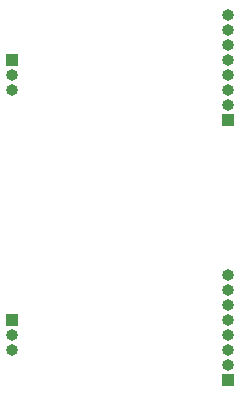
<source format=gbr>
%TF.GenerationSoftware,KiCad,Pcbnew,8.0.9-8.0.9-0~ubuntu22.04.1*%
%TF.CreationDate,2025-04-17T16:20:49+02:00*%
%TF.ProjectId,HB_Stamp_IO_EXT_debug_adapter_FUEL4EP,48425f53-7461-46d7-905f-494f5f455854,1.0*%
%TF.SameCoordinates,Original*%
%TF.FileFunction,Soldermask,Bot*%
%TF.FilePolarity,Negative*%
%FSLAX46Y46*%
G04 Gerber Fmt 4.6, Leading zero omitted, Abs format (unit mm)*
G04 Created by KiCad (PCBNEW 8.0.9-8.0.9-0~ubuntu22.04.1) date 2025-04-17 16:20:49*
%MOMM*%
%LPD*%
G01*
G04 APERTURE LIST*
%ADD10R,1.000000X1.000000*%
%ADD11O,1.000000X1.000000*%
G04 APERTURE END LIST*
D10*
%TO.C,J1*%
X1828800Y28451600D03*
D11*
X1828800Y27181600D03*
X1828800Y25911600D03*
%TD*%
D10*
%TO.C,J2*%
X20167600Y1371600D03*
D11*
X20167600Y2641600D03*
X20167600Y3911600D03*
X20167600Y5181600D03*
X20167600Y6451600D03*
X20167600Y7721600D03*
X20167600Y8991600D03*
X20167600Y10261600D03*
%TD*%
D10*
%TO.C,J4*%
X20167600Y23371600D03*
D11*
X20167600Y24641600D03*
X20167600Y25911600D03*
X20167600Y27181600D03*
X20167600Y28451600D03*
X20167600Y29721600D03*
X20167600Y30991600D03*
X20167600Y32261600D03*
%TD*%
D10*
%TO.C,J3*%
X1828800Y6451600D03*
D11*
X1828800Y5181600D03*
X1828800Y3911600D03*
%TD*%
M02*

</source>
